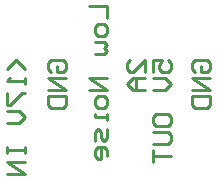
<source format=gbr>
%TF.GenerationSoftware,Altium Limited,Altium Designer,23.4.1 (23)*%
G04 Layer_Color=32896*
%FSLAX45Y45*%
%MOMM*%
%TF.SameCoordinates,30DB59E4-3B06-4861-84B7-939192905612*%
%TF.FilePolarity,Positive*%
%TF.FileFunction,Legend,Bot*%
%TF.Part,Single*%
G01*
G75*
%TA.AperFunction,NonConductor*%
%ADD30C,0.25400*%
D30*
X1324600Y1013033D02*
Y1114600D01*
X1223033Y1013033D01*
X1197641D01*
X1172249Y1038425D01*
Y1089208D01*
X1197641Y1114600D01*
X1324600Y962249D02*
X1223033D01*
X1172249Y911466D01*
X1223033Y860682D01*
X1324600D01*
X1248425D01*
Y962249D01*
X852249Y1574600D02*
X1004600D01*
Y1473032D01*
Y1396857D02*
Y1346074D01*
X979208Y1320682D01*
X928425D01*
X903033Y1346074D01*
Y1396857D01*
X928425Y1422249D01*
X979208D01*
X1004600Y1396857D01*
X903033Y1269898D02*
X979208D01*
X1004600Y1244506D01*
X979208Y1219115D01*
X1004600Y1193723D01*
X979208Y1168331D01*
X903033D01*
X1004600Y965197D02*
X852249D01*
X1004600Y863629D01*
X852249D01*
X1004600Y787454D02*
Y736671D01*
X979208Y711279D01*
X928425D01*
X903033Y736671D01*
Y787454D01*
X928425Y812846D01*
X979208D01*
X1004600Y787454D01*
Y660495D02*
Y609712D01*
Y635103D01*
X903033D01*
Y660495D01*
X1004600Y533536D02*
Y457361D01*
X979208Y431969D01*
X953816Y457361D01*
Y508145D01*
X928425Y533536D01*
X903033Y508145D01*
Y431969D01*
X1004600Y305010D02*
Y355794D01*
X979208Y381186D01*
X928425D01*
X903033Y355794D01*
Y305010D01*
X928425Y279618D01*
X953816D01*
Y381186D01*
X1392249Y1013033D02*
Y1114600D01*
X1468425D01*
X1443033Y1063817D01*
Y1038425D01*
X1468425Y1013033D01*
X1519208D01*
X1544600Y1038425D01*
Y1089208D01*
X1519208Y1114600D01*
X1392249Y962249D02*
X1493816D01*
X1544600Y911466D01*
X1493816Y860682D01*
X1392249D01*
Y581372D02*
Y632156D01*
X1417641Y657548D01*
X1519208D01*
X1544600Y632156D01*
Y581372D01*
X1519208Y555981D01*
X1417641D01*
X1392249Y581372D01*
Y505197D02*
X1519208D01*
X1544600Y479805D01*
Y429022D01*
X1519208Y403630D01*
X1392249D01*
Y352846D02*
Y251279D01*
Y302063D01*
X1544600D01*
X1747641Y1013033D02*
X1722249Y1038425D01*
Y1089208D01*
X1747641Y1114600D01*
X1849208D01*
X1874600Y1089208D01*
Y1038425D01*
X1849208Y1013033D01*
X1798425D01*
Y1063817D01*
X1874600Y962249D02*
X1722249D01*
X1874600Y860682D01*
X1722249D01*
Y809899D02*
X1874600D01*
Y733723D01*
X1849208Y708331D01*
X1747641D01*
X1722249Y733723D01*
Y809899D01*
X527641Y1013033D02*
X502249Y1038425D01*
Y1089208D01*
X527641Y1114600D01*
X629208D01*
X654600Y1089208D01*
Y1038425D01*
X629208Y1013033D01*
X578425D01*
Y1063817D01*
X654600Y962249D02*
X502249D01*
X654600Y860682D01*
X502249D01*
Y809899D02*
X654600D01*
Y733723D01*
X629208Y708331D01*
X527641D01*
X502249Y733723D01*
Y809899D01*
X304600Y1038424D02*
X228425Y1114600D01*
X152250Y1038424D01*
X304600Y962249D02*
Y911466D01*
Y936857D01*
X152250D01*
X177642Y962249D01*
X152250Y835290D02*
Y733723D01*
X177642D01*
X279208Y835290D01*
X304600D01*
X152250Y682939D02*
X253817D01*
X304600Y632156D01*
X253817Y581372D01*
X152250D01*
Y378238D02*
Y327455D01*
Y352846D01*
X304600D01*
Y378238D01*
Y327455D01*
Y251279D02*
X152250D01*
X304600Y149712D01*
X152250D01*
%TF.MD5,7458bb99826677569d0b9ac6dea66d9e*%
M02*

</source>
